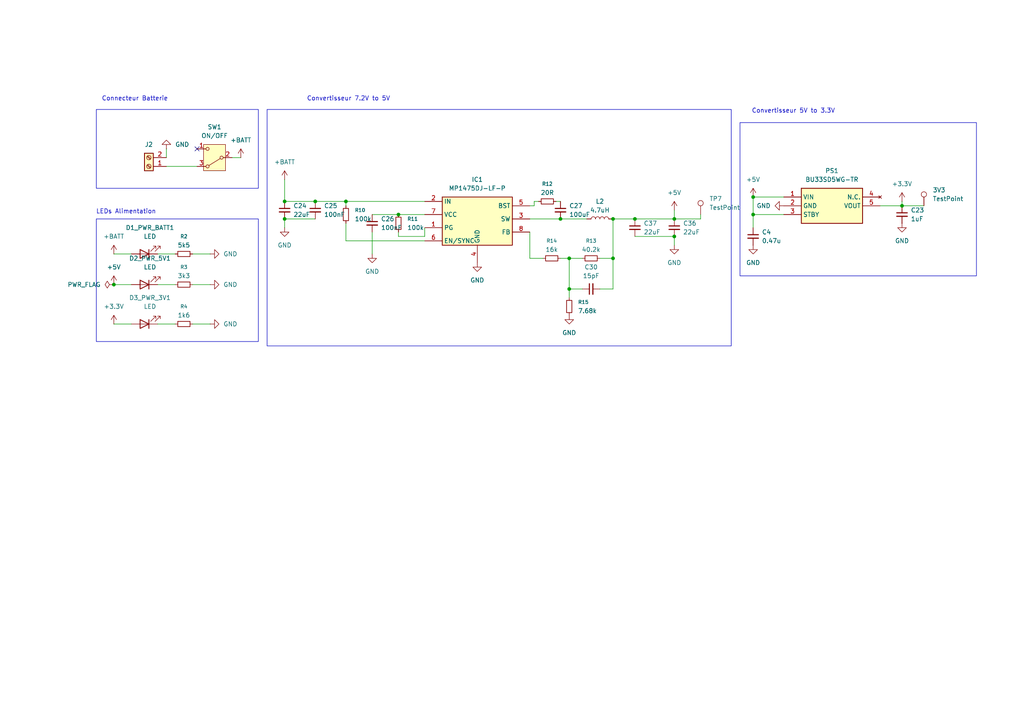
<source format=kicad_sch>
(kicad_sch (version 20250114) (generator "eeschema") (generator_version "9.0")
  (paper "A4")
  (lib_symbols
    (symbol "BU33SD5WG-TR:BU33SD5WG-TR"
      (property "Reference" "PS" (at 24.13 7.62 0))
      (property "Value" "BU33SD5WG-TR" (at 24.13 5.08 0))
      (symbol "BU33SD5WG-TR_1_1"
        (rectangle (start 5.08 2.54) (end 22.86 -7.62) (stroke (width 0.254)) (fill (type background)))
        (pin passive line (at 0 0 0) (length 5.08) (name "VIN") (number "1"))
        (pin passive line (at 0 -2.54 0) (length 5.08) (name "GND") (number "2"))
        (pin passive line (at 0 -5.08 0) (length 5.08) (name "STBY") (number "3"))
        (pin no_connect line (at 27.94 0 180) (length 5.08) (name "N.C.") (number "4"))
        (pin passive line (at 27.94 -2.54 180) (length 5.08) (name "VOUT") (number "5"))
      )
    )
    (symbol "Connector:Screw_Terminal_01x02" (pin_names (offset 1.016) (hide yes))
      (property "Reference" "J" (at 0 2.54 0))
      (property "Value" "Screw_Terminal_01x02" (at 0 -5.08 0))
      (symbol "Screw_Terminal_01x02_1_1"
        (rectangle (start -1.27 1.27) (end 1.27 -3.81) (stroke (width 0.254)) (fill (type background)))
        (polyline (pts (xy -0.5334 0.3302) (xy 0.3302 -0.508)) (stroke (width 0.1524)))
        (polyline (pts (xy -0.5334 -2.2098) (xy 0.3302 -3.048)) (stroke (width 0.1524)))
        (polyline (pts (xy -0.3556 0.508) (xy 0.508 -0.3302)) (stroke (width 0.1524)))
        (polyline (pts (xy -0.3556 -2.032) (xy 0.508 -2.8702)) (stroke (width 0.1524)))
        (circle (center 0 0) (radius 0.635) (stroke (width 0.1524)))
        (circle (center 0 -2.54) (radius 0.635) (stroke (width 0.1524)))
        (pin passive line (at -5.08 0 0) (length 3.81) (name "Pin_1") (number "1"))
        (pin passive line (at -5.08 -2.54 0) (length 3.81) (name "Pin_2") (number "2"))
      )
    )
    (symbol "Connector:TestPoint" (pin_numbers (hide yes)) (pin_names (offset 0.762) (hide yes))
      (property "Reference" "TP" (at 0 6.858 0))
      (property "Value" "TestPoint" (at 0 5.08 0))
      (symbol "TestPoint_0_1"
        (circle (center 0 3.302) (radius 0.762))
      )
      (symbol "TestPoint_1_1"
        (pin passive line (at 0 0 90) (length 2.54) (name "1") (number "1"))
      )
    )
    (symbol "Device:C_Small" (pin_numbers (hide yes)) (pin_names (offset 0.254) (hide yes))
      (property "Reference" "C" (at 0.254 1.778 0))
      (property "Value" "C_Small" (at 0.254 -2.032 0))
      (symbol "C_Small_0_1"
        (polyline (pts (xy -1.524 0.508) (xy 1.524 0.508)) (stroke (width 0.3048)))
        (polyline (pts (xy -1.524 -0.508) (xy 1.524 -0.508)) (stroke (width 0.3302)))
      )
      (symbol "C_Small_1_1"
        (pin passive line (at 0 2.54 270) (length 2.032) (name "~") (number "1"))
        (pin passive line (at 0 -2.54 90) (length 2.032) (name "~") (number "2"))
      )
    )
    (symbol "Device:L" (pin_numbers (hide yes)) (pin_names (offset 1.016) (hide yes))
      (property "Reference" "L" (at -1.27 0 90))
      (property "Value" "L" (at 1.905 0 90))
      (symbol "L_0_1"
        (arc (start 0 2.54) (mid 0.6323 1.905) (end 0 1.27))
        (arc (start 0 1.27) (mid 0.6323 0.635) (end 0 0))
        (arc (start 0 0) (mid 0.6323 -0.635) (end 0 -1.27))
        (arc (start 0 -1.27) (mid 0.6323 -1.905) (end 0 -2.54))
      )
      (symbol "L_1_1"
        (pin passive line (at 0 3.81 270) (length 1.27) (name "1") (number "1"))
        (pin passive line (at 0 -3.81 90) (length 1.27) (name "2") (number "2"))
      )
    )
    (symbol "Device:LED" (pin_numbers (hide yes)) (pin_names (offset 1.016) (hide yes))
      (property "Reference" "D" (at 0 2.54 0))
      (property "Value" "LED" (at 0 -2.54 0))
      (symbol "LED_0_1"
        (polyline (pts (xy -3.048 -0.762) (xy -4.572 -2.286) (xy -3.81 -2.286) (xy -4.572 -2.286) (xy -4.572 -1.524)))
        (polyline (pts (xy -1.778 -0.762) (xy -3.302 -2.286) (xy -2.54 -2.286) (xy -3.302 -2.286) (xy -3.302 -1.524)))
        (polyline (pts (xy -1.27 0) (xy 1.27 0)))
        (polyline (pts (xy -1.27 -1.27) (xy -1.27 1.27)) (stroke (width 0.254)))
        (polyline (pts (xy 1.27 -1.27) (xy 1.27 1.27) (xy -1.27 0) (xy 1.27 -1.27)) (stroke (width 0.254)))
      )
      (symbol "LED_1_1"
        (pin passive line (at -3.81 0 0) (length 2.54) (name "K") (number "1"))
        (pin passive line (at 3.81 0 180) (length 2.54) (name "A") (number "2"))
      )
    )
    (symbol "Device:R_Small" (pin_numbers (hide yes)) (pin_names (offset 0.254) (hide yes))
      (property "Reference" "R" (at 0 0 90))
      (property "Value" "R_Small" (at 1.778 0 90))
      (symbol "R_Small_0_1"
        (rectangle (start -0.762 1.778) (end 0.762 -1.778) (stroke (width 0.2032)))
      )
      (symbol "R_Small_1_1"
        (pin passive line (at 0 2.54 270) (length 0.762) (name "~") (number "1"))
        (pin passive line (at 0 -2.54 90) (length 0.762) (name "~") (number "2"))
      )
    )
    (symbol "MP1475DJ-LF-P:MP1475DJ-LF-P"
      (property "Reference" "IC" (at 26.67 7.62 0))
      (property "Value" "MP1475DJ-LF-P" (at 26.67 5.08 0))
      (symbol "MP1475DJ-LF-P_1_1"
        (rectangle (start 5.08 2.54) (end 25.4 -11.43) (stroke (width 0.254)) (fill (type background)))
        (pin passive line (at 0 1.27 0) (length 5.08) (name "IN") (number "2"))
        (pin passive line (at 0 -2.54 0) (length 5.08) (name "VCC") (number "7"))
        (pin passive line (at 0 -6.35 0) (length 5.08) (name "PG") (number "1"))
        (pin passive line (at 0 -10.16 0) (length 5.08) (name "EN/SYNC") (number "6"))
        (pin passive line (at 15.24 -16.51 90) (length 5.08) (name "GND") (number "4"))
        (pin passive line (at 30.48 0 180) (length 5.08) (name "BST") (number "5"))
        (pin passive line (at 30.48 -3.81 180) (length 5.08) (name "SW") (number "3"))
        (pin passive line (at 30.48 -7.62 180) (length 5.08) (name "FB") (number "8"))
      )
    )
    (symbol "Switch:SW_Nidec_CAS-120A1" (pin_names (offset 1) (hide yes))
      (property "Reference" "SW" (at 0 4.318 0))
      (property "Value" "SW_Nidec_CAS-120A1" (at 0 -5.08 0))
      (symbol "SW_Nidec_CAS-120A1_0_1"
        (circle (center -2.032 0) (radius 0.4572))
        (polyline (pts (xy -1.651 0.254) (xy 1.651 2.286)))
        (circle (center 2.032 2.54) (radius 0.4572))
        (circle (center 2.032 -2.54) (radius 0.4572))
      )
      (symbol "SW_Nidec_CAS-120A1_1_1"
        (rectangle (start -3.175 3.81) (end 3.175 -3.81) (fill (type background)))
        (pin passive line (at -5.08 0 0) (length 2.54) (name "B") (number "2"))
        (pin passive line (at 5.08 2.54 180) (length 2.54) (name "A") (number "3"))
        (pin passive line (at 5.08 -2.54 180) (length 2.54) (name "C") (number "1"))
      )
    )
    (symbol "power:+3.3V" (power) (pin_numbers (hide yes)) (pin_names (offset 0) (hide yes))
      (property "Value" "+3.3V" (at 0 3.556 0))
      (symbol "+3.3V_0_1"
        (polyline (pts (xy -0.762 1.27) (xy 0 2.54)))
        (polyline (pts (xy 0 2.54) (xy 0.762 1.27)))
        (polyline (pts (xy 0 0) (xy 0 2.54)))
      )
      (symbol "+3.3V_1_1"
        (pin power_in line (at 0 0 90) (length 0) (name "~") (number "1"))
      )
    )
    (symbol "power:+5V" (power) (pin_numbers (hide yes)) (pin_names (offset 0) (hide yes))
      (property "Value" "+5V" (at 0 3.556 0))
      (symbol "+5V_0_1"
        (polyline (pts (xy -0.762 1.27) (xy 0 2.54)))
        (polyline (pts (xy 0 2.54) (xy 0.762 1.27)))
        (polyline (pts (xy 0 0) (xy 0 2.54)))
      )
      (symbol "+5V_1_1"
        (pin power_in line (at 0 0 90) (length 0) (name "~") (number "1"))
      )
    )
    (symbol "power:+BATT" (power) (pin_numbers (hide yes)) (pin_names (offset 0) (hide yes))
      (property "Value" "+BATT" (at 0 3.556 0))
      (symbol "+BATT_0_1"
        (polyline (pts (xy -0.762 1.27) (xy 0 2.54)))
        (polyline (pts (xy 0 2.54) (xy 0.762 1.27)))
        (polyline (pts (xy 0 0) (xy 0 2.54)))
      )
      (symbol "+BATT_1_1"
        (pin power_in line (at 0 0 90) (length 0) (name "~") (number "1"))
      )
    )
    (symbol "power:GND" (power) (pin_numbers (hide yes)) (pin_names (offset 0) (hide yes))
      (property "Value" "GND" (at 0 -3.81 0))
      (symbol "GND_0_1"
        (polyline (pts (xy 0 0) (xy 0 -1.27) (xy 1.27 -1.27) (xy 0 -2.54) (xy -1.27 -1.27) (xy 0 -1.27)))
      )
      (symbol "GND_1_1"
        (pin power_in line (at 0 0 270) (length 0) (name "~") (number "1"))
      )
    )
    (symbol "power:PWR_FLAG" (power) (pin_numbers (hide yes)) (pin_names (offset 0) (hide yes))
      (property "Value" "PWR_FLAG" (at 0 3.81 0))
      (symbol "PWR_FLAG_0_0"
        (pin power_out line (at 0 0 90) (length 0) (name "~") (number "1"))
      )
      (symbol "PWR_FLAG_0_1"
        (polyline (pts (xy 0 0) (xy 0 1.27) (xy -1.016 1.905) (xy 0 2.54) (xy 1.016 1.905) (xy 0 1.27)))
      )
    )
  )
  (rectangle (start 27.94 31.75) (end 74.93 54.61))
  (rectangle (start 27.94 63.5) (end 74.93 99.06))
  (rectangle (start 77.47 31.75) (end 212.09 100.33))
  (rectangle (start 214.63 35.56) (end 283.21 80.01))
  (text "Convertisseur 7.2V to 5V" (at 101.092 28.702 0) (effects (font (size 1.27 1.27))))
  (text "Connecteur Batterie" (at 39.116 28.702 0) (effects (font (size 1.27 1.27))))
  (text "Convertisseur 5V to 3.3V" (at 230.124 32.258 0) (effects (font (size 1.27 1.27))))
  (text "LEDs Alimentation" (at 36.576 61.468 0) (effects (font (size 1.27 1.27))))
  (junction (at 218.44 62.23))
  (junction (at 195.58 68.58))
  (junction (at 195.58 63.5))
  (junction (at 162.56 63.5))
  (junction (at 218.44 57.15))
  (junction (at 33.02 82.55))
  (junction (at 100.33 58.42))
  (junction (at 177.8 74.93))
  (junction (at 165.1 74.93))
  (junction (at 177.8 63.5))
  (junction (at 82.55 58.42))
  (junction (at 165.1 83.82))
  (junction (at 91.44 58.42))
  (junction (at 184.15 63.5))
  (junction (at 115.57 62.23))
  (junction (at 261.62 59.69))
  (junction (at 82.55 63.5))
  (no_connect (at 57.15 43.18))
  (wire (pts (xy 173.99 74.93) (xy 177.8 74.93)))
  (wire (pts (xy 82.55 63.5) (xy 82.55 66.04)))
  (wire (pts (xy 168.91 74.93) (xy 165.1 74.93)))
  (wire (pts (xy 123.19 66.04) (xy 123.19 68.58)))
  (wire (pts (xy 195.58 68.58) (xy 195.58 71.12)))
  (wire (pts (xy 177.8 83.82) (xy 177.8 74.93)))
  (wire (pts (xy 218.44 62.23) (xy 227.33 62.23)))
  (wire (pts (xy 154.94 59.69) (xy 153.67 59.69)))
  (wire (pts (xy 162.56 74.93) (xy 165.1 74.93)))
  (wire (pts (xy 165.1 83.82) (xy 168.91 83.82)))
  (wire (pts (xy 218.44 66.04) (xy 218.44 62.23)))
  (wire (pts (xy 55.88 82.55) (xy 60.96 82.55)))
  (wire (pts (xy 33.02 73.66) (xy 38.1 73.66)))
  (wire (pts (xy 157.48 74.93) (xy 153.67 74.93)))
  (wire (pts (xy 165.1 74.93) (xy 165.1 83.82)))
  (wire (pts (xy 184.15 68.58) (xy 195.58 68.58)))
  (wire (pts (xy 177.8 63.5) (xy 184.15 63.5)))
  (wire (pts (xy 154.94 58.42) (xy 156.21 58.42)))
  (wire (pts (xy 255.27 59.69) (xy 261.62 59.69)))
  (wire (pts (xy 45.72 73.66) (xy 50.8 73.66)))
  (wire (pts (xy 82.55 58.42) (xy 91.44 58.42)))
  (wire (pts (xy 100.33 58.42) (xy 91.44 58.42)))
  (wire (pts (xy 154.94 58.42) (xy 154.94 59.69)))
  (wire (pts (xy 107.95 67.31) (xy 107.95 73.66)))
  (wire (pts (xy 261.62 59.69) (xy 267.97 59.69)))
  (wire (pts (xy 33.02 82.55) (xy 38.1 82.55)))
  (wire (pts (xy 115.57 68.58) (xy 115.57 67.31)))
  (wire (pts (xy 48.26 48.26) (xy 57.15 48.26)))
  (wire (pts (xy 195.58 60.96) (xy 195.58 63.5)))
  (wire (pts (xy 203.2 62.23) (xy 203.2 63.5)))
  (wire (pts (xy 55.88 93.98) (xy 60.96 93.98)))
  (wire (pts (xy 115.57 62.23) (xy 123.19 62.23)))
  (wire (pts (xy 261.62 58.42) (xy 261.62 59.69)))
  (wire (pts (xy 100.33 58.42) (xy 100.33 59.69)))
  (wire (pts (xy 165.1 86.36) (xy 165.1 83.82)))
  (wire (pts (xy 153.67 63.5) (xy 162.56 63.5)))
  (wire (pts (xy 123.19 69.85) (xy 100.33 69.85)))
  (wire (pts (xy 55.88 73.66) (xy 60.96 73.66)))
  (wire (pts (xy 100.33 58.42) (xy 123.19 58.42)))
  (wire (pts (xy 123.19 68.58) (xy 115.57 68.58)))
  (wire (pts (xy 107.95 62.23) (xy 115.57 62.23)))
  (wire (pts (xy 218.44 62.23) (xy 218.44 57.15)))
  (wire (pts (xy 153.67 74.93) (xy 153.67 67.31)))
  (wire (pts (xy 195.58 63.5) (xy 203.2 63.5)))
  (wire (pts (xy 33.02 93.98) (xy 38.1 93.98)))
  (wire (pts (xy 45.72 93.98) (xy 50.8 93.98)))
  (wire (pts (xy 218.44 57.15) (xy 227.33 57.15)))
  (wire (pts (xy 45.72 82.55) (xy 50.8 82.55)))
  (wire (pts (xy 82.55 63.5) (xy 91.44 63.5)))
  (wire (pts (xy 162.56 63.5) (xy 170.18 63.5)))
  (wire (pts (xy 184.15 63.5) (xy 195.58 63.5)))
  (wire (pts (xy 173.99 83.82) (xy 177.8 83.82)))
  (wire (pts (xy 177.8 63.5) (xy 177.8 74.93)))
  (wire (pts (xy 82.55 52.07) (xy 82.55 58.42)))
  (wire (pts (xy 161.29 58.42) (xy 162.56 58.42)))
  (wire (pts (xy 100.33 69.85) (xy 100.33 64.77)))
  (wire (pts (xy 48.26 43.18) (xy 48.26 45.72)))
  (wire (pts (xy 67.31 45.72) (xy 69.85 45.72)))
  (symbol (lib_id "Device:LED") (at 41.91 93.98 180) (unit 1)
    (property "Reference" "D3_PWR_3V1" (at 43.4975 86.36 0))
    (property "Value" "LED" (at 43.4975 88.9 0))
    (property "Footprint" "LED_SMD:LED_0603_1608Metric" (effects (hide yes)))
    (property "Description" "Light emitting diode" (effects (hide yes)))
    (property "Sim.Pins" "1=K 2=A" (effects (hide yes)))
    (property "MPN" "  150060RS55040" (effects (hide yes)))
  )
  (symbol (lib_id "Device:C_Small") (at 218.44 68.58 0) (unit 1)
    (property "Reference" "C4" (at 220.98 67.3162 0) (effects (justify left)))
    (property "Value" "0.47u" (at 220.98 69.8562 0) (effects (justify left)))
    (property "Footprint" "Capacitor_SMD:C_0402_1005Metric" (effects (hide yes)))
    (property "Description" "Unpolarized capacitor, small symbol" (effects (hide yes)))
  )
  (symbol (lib_id "Switch:SW_Nidec_CAS-120A1") (at 62.23 45.72 180) (unit 1)
    (property "Reference" "SW1" (at 62.23 36.83 0))
    (property "Value" "ON/OFF" (at 62.23 39.37 0))
    (property "Footprint" "Button_Switch_SMD:Nidec_Copal_CAS-120A" (effects (hide yes)))
    (property "Datasheet" "https://www.nidec-components.com/e/catalog/switch/cas.pdf" (effects (hide yes)))
    (property "Description" "Switch, single pole double throw" (effects (hide yes)))
    (property "MPN" "777-0377 " (effects (hide yes)))
  )
  (symbol (lib_id "Device:R_Small") (at 115.57 64.77 0) (unit 1)
    (property "Reference" "R11" (at 118.11 63.4999 0) (effects (font (size 1.016 1.016)) (justify left)))
    (property "Value" "100k" (at 118.11 66.0399 0) (effects (justify left)))
    (property "Footprint" "Resistor_SMD:R_0402_1005Metric" (effects (hide yes)))
    (property "Description" "Resistor, small symbol" (effects (hide yes)))
  )
  (symbol (lib_id "power:GND") (at 107.95 73.66 0) (unit 1)
    (property "Reference" "#PWR054" (effects (hide yes)))
    (property "Value" "GND" (at 107.95 78.74 0))
    (property "Description" "Power symbol creates a global label with name \"GND\" , ground" (effects (hide yes)))
  )
  (symbol (lib_id "Device:C_Small") (at 184.15 66.04 0) (unit 1)
    (property "Reference" "C37" (at 186.69 64.7762 0) (effects (justify left)))
    (property "Value" "22uF" (at 186.69 67.3162 0) (effects (justify left)))
    (property "Footprint" "Capacitor_SMD:C_0805_2012Metric" (effects (hide yes)))
    (property "Description" "Unpolarized capacitor, small symbol" (effects (hide yes)))
  )
  (symbol (lib_id "Device:C_Small") (at 91.44 60.96 0) (unit 1)
    (property "Reference" "C25" (at 93.98 59.6962 0) (effects (justify left)))
    (property "Value" "100nF" (at 93.98 62.2362 0) (effects (justify left)))
    (property "Footprint" "Capacitor_SMD:C_0402_1005Metric" (effects (hide yes)))
    (property "Description" "Unpolarized capacitor, small symbol" (effects (hide yes)))
  )
  (symbol (lib_id "Device:R_Small") (at 53.34 73.66 90) (unit 1)
    (property "Reference" "R2" (at 53.34 68.58 90) (effects (font (size 1.016 1.016))))
    (property "Value" "5k5" (at 53.34 71.12 90))
    (property "Footprint" "Resistor_SMD:R_0402_1005Metric" (effects (hide yes)))
    (property "Description" "Resistor, small symbol" (effects (hide yes)))
  )
  (symbol (lib_id "Device:R_Small") (at 171.45 74.93 90) (unit 1)
    (property "Reference" "R13" (at 171.45 69.85 90) (effects (font (size 1.016 1.016))))
    (property "Value" "40.2k" (at 171.45 72.39 90))
    (property "Footprint" "Resistor_SMD:R_0402_1005Metric" (effects (hide yes)))
    (property "Description" "Resistor, small symbol" (effects (hide yes)))
  )
  (symbol (lib_id "Connector:TestPoint") (at 267.97 59.69 0) (unit 1)
    (property "Reference" "3V3" (at 270.51 55.1179 0) (effects (justify left)))
    (property "Value" "TestPoint" (at 270.51 57.6579 0) (effects (justify left)))
    (property "Footprint" "TestPoint:TestPoint_Pad_D1.0mm" (effects (hide yes)))
    (property "Description" "test point" (effects (hide yes)))
  )
  (symbol (lib_id "MP1475DJ-LF-P:MP1475DJ-LF-P") (at 123.19 59.69 0) (unit 1)
    (property "Reference" "IC1" (at 138.43 52.07 0))
    (property "Value" "MP1475DJ-LF-P" (at 138.43 54.61 0))
    (property "Footprint" "Package_TO_SOT_SMD:TSOT-23-8" (effects (hide yes)))
    (property "Datasheet" "https://www.monolithicpower.com/en/documentview/productdocument/index/version/2/document_type/Datasheet/lang/en/sku/MP1475/document_id/342" (effects (hide yes)))
    (property "Height" "1" (effects (hide yes)))
    (property "Manufacturer_Name" "Monolithic Power Systems (MPS)" (effects (hide yes)))
    (property "Manufacturer_Part_Number" "MP1475DJ-LF-P" (effects (hide yes)))
  )
  (symbol (lib_id "Connector:Screw_Terminal_01x02") (at 43.18 48.26 180) (unit 1)
    (property "Reference" "J2" (at 43.18 41.91 0))
    (property "Value" "Screw_Terminal_01x02" (effects (hide yes)))
    (property "Footprint" "Connector_JST:JST_XH_S2B-XH-A_1x02_P2.50mm_Horizontal" (effects (hide yes)))
    (property "Description" "Generic screw terminal, single row, 01x02, script generated (kicad-library-utils/schlib/autogen/connector/)" (effects (hide yes)))
  )
  (symbol (lib_id "BU33SD5WG-TR:BU33SD5WG-TR") (at 227.33 57.15 0) (unit 1)
    (property "Reference" "PS1" (at 241.3 49.53 0))
    (property "Value" "BU33SD5WG-TR" (at 241.3 52.07 0))
    (property "Footprint" "Package_TO_SOT_SMD:TSOT-23-5" (effects (hide yes)))
    (property "Datasheet" "https://componentsearchengine.com/Datasheets/1/BU33SD5WG-TR.pdf" (effects (hide yes)))
    (property "Height" "1.25" (effects (hide yes)))
    (property "Manufacturer_Name" "ROHM Semiconductor" (effects (hide yes)))
    (property "Manufacturer_Part_Number" "BU33SD5WG-TR" (effects (hide yes)))
  )
  (symbol (lib_id "Device:LED") (at 41.91 82.55 180) (unit 1)
    (property "Reference" "D2_PWR_5V1" (at 43.4975 74.93 0))
    (property "Value" "LED" (at 43.4975 77.47 0))
    (property "Footprint" "LED_SMD:LED_0603_1608Metric" (effects (hide yes)))
    (property "Description" "Light emitting diode" (effects (hide yes)))
    (property "Sim.Pins" "1=K 2=A" (effects (hide yes)))
    (property "MPN" "150060BS55040" (effects (hide yes)))
  )
  (symbol (lib_id "power:GND") (at 165.1 91.44 0) (unit 1)
    (property "Reference" "#PWR058" (effects (hide yes)))
    (property "Value" "GND" (at 165.1 96.52 0))
    (property "Description" "Power symbol creates a global label with name \"GND\" , ground" (effects (hide yes)))
  )
  (symbol (lib_id "Connector:TestPoint") (at 203.2 62.23 0) (unit 1)
    (property "Reference" "TP7" (at 205.74 57.6579 0) (effects (justify left)))
    (property "Value" "TestPoint" (at 205.74 60.1979 0) (effects (justify left)))
    (property "Footprint" "TestPoint:TestPoint_Pad_D1.0mm" (effects (hide yes)))
    (property "Description" "test point" (effects (hide yes)))
  )
  (symbol (lib_id "Device:C_Small") (at 82.55 60.96 0) (unit 1)
    (property "Reference" "C24" (at 85.09 59.6962 0) (effects (justify left)))
    (property "Value" "22uF" (at 85.09 62.2362 0) (effects (justify left)))
    (property "Footprint" "Capacitor_SMD:C_0805_2012Metric" (effects (hide yes)))
    (property "Description" "Unpolarized capacitor, small symbol" (effects (hide yes)))
  )
  (symbol (lib_id "power:GND") (at 227.33 59.69 270) (unit 1)
    (property "Reference" "#PWR051" (effects (hide yes)))
    (property "Value" "GND" (at 223.52 59.6899 90) (effects (justify right)))
    (property "Description" "Power symbol creates a global label with name \"GND\" , ground" (effects (hide yes)))
  )
  (symbol (lib_id "Device:R_Small") (at 100.33 62.23 0) (unit 1)
    (property "Reference" "R10" (at 102.87 60.9599 0) (effects (font (size 1.016 1.016)) (justify left)))
    (property "Value" "100k" (at 102.87 63.4999 0) (effects (justify left)))
    (property "Footprint" "Resistor_SMD:R_0402_1005Metric" (effects (hide yes)))
    (property "Description" "Resistor, small symbol" (effects (hide yes)))
  )
  (symbol (lib_id "power:GND") (at 138.43 76.2 0) (unit 1)
    (property "Reference" "#PWR060" (effects (hide yes)))
    (property "Value" "GND" (at 138.43 81.28 0))
    (property "Description" "Power symbol creates a global label with name \"GND\" , ground" (effects (hide yes)))
  )
  (symbol (lib_id "power:GND") (at 60.96 82.55 90) (unit 1)
    (property "Reference" "#PWR030" (effects (hide yes)))
    (property "Value" "GND" (at 64.77 82.5499 90) (effects (justify right)))
    (property "Description" "Power symbol creates a global label with name \"GND\" , ground" (effects (hide yes)))
  )
  (symbol (lib_id "Device:C_Small") (at 195.58 66.04 0) (unit 1)
    (property "Reference" "C36" (at 198.12 64.7762 0) (effects (justify left)))
    (property "Value" "22uF" (at 198.12 67.3162 0) (effects (justify left)))
    (property "Footprint" "Capacitor_SMD:C_0805_2012Metric" (effects (hide yes)))
    (property "Description" "Unpolarized capacitor, small symbol" (effects (hide yes)))
  )
  (symbol (lib_id "power:GND") (at 218.44 71.12 0) (unit 1)
    (property "Reference" "#PWR069" (effects (hide yes)))
    (property "Value" "GND" (at 218.44 76.2 0))
    (property "Description" "Power symbol creates a global label with name \"GND\" , ground" (effects (hide yes)))
  )
  (symbol (lib_id "power:+BATT") (at 82.55 52.07 0) (unit 1)
    (property "Reference" "#PWR052" (effects (hide yes)))
    (property "Value" "+BATT" (at 82.55 46.99 0))
    (property "Description" "Power symbol creates a global label with name \"+BATT\"" (effects (hide yes)))
  )
  (symbol (lib_id "Device:C_Small") (at 162.56 60.96 0) (unit 1)
    (property "Reference" "C27" (at 165.1 59.6962 0) (effects (justify left)))
    (property "Value" "100uF" (at 165.1 62.2362 0) (effects (justify left)))
    (property "Footprint" "Capacitor_SMD:C_0402_1005Metric" (effects (hide yes)))
    (property "Description" "Unpolarized capacitor, small symbol" (effects (hide yes)))
  )
  (symbol (lib_id "Device:R_Small") (at 158.75 58.42 90) (unit 1)
    (property "Reference" "R12" (at 158.75 53.34 90) (effects (font (size 1.016 1.016))))
    (property "Value" "20R" (at 158.75 55.88 90))
    (property "Footprint" "Resistor_SMD:R_0402_1005Metric" (effects (hide yes)))
    (property "Description" "Resistor, small symbol" (effects (hide yes)))
  )
  (symbol (lib_id "power:GND") (at 60.96 93.98 90) (unit 1)
    (property "Reference" "#PWR031" (effects (hide yes)))
    (property "Value" "GND" (at 64.77 93.9799 90) (effects (justify right)))
    (property "Description" "Power symbol creates a global label with name \"GND\" , ground" (effects (hide yes)))
  )
  (symbol (lib_id "Device:R_Small") (at 165.1 88.9 180) (unit 1)
    (property "Reference" "R15" (at 167.64 87.6299 0) (effects (font (size 1.016 1.016)) (justify right)))
    (property "Value" "7.68k" (at 167.64 90.1699 0) (effects (justify right)))
    (property "Footprint" "Resistor_SMD:R_0402_1005Metric" (effects (hide yes)))
    (property "Description" "Resistor, small symbol" (effects (hide yes)))
  )
  (symbol (lib_id "Device:R_Small") (at 53.34 93.98 90) (unit 1)
    (property "Reference" "R4" (at 53.34 88.9 90) (effects (font (size 1.016 1.016))))
    (property "Value" "1k6" (at 53.34 91.44 90))
    (property "Footprint" "Resistor_SMD:R_0402_1005Metric" (effects (hide yes)))
    (property "Description" "Resistor, small symbol" (effects (hide yes)))
  )
  (symbol (lib_id "power:+5V") (at 195.58 60.96 0) (unit 1)
    (property "Reference" "#PWR056" (effects (hide yes)))
    (property "Value" "+5V" (at 195.58 55.88 0))
    (property "Description" "Power symbol creates a global label with name \"+5V\"" (effects (hide yes)))
  )
  (symbol (lib_id "power:GND") (at 82.55 66.04 0) (unit 1)
    (property "Reference" "#PWR053" (effects (hide yes)))
    (property "Value" "GND" (at 82.55 71.12 0))
    (property "Description" "Power symbol creates a global label with name \"GND\" , ground" (effects (hide yes)))
  )
  (symbol (lib_id "Device:C_Small") (at 261.62 62.23 0) (unit 1)
    (property "Reference" "C23" (at 264.16 60.9662 0) (effects (justify left)))
    (property "Value" "1uF" (at 264.16 63.5062 0) (effects (justify left)))
    (property "Footprint" "Capacitor_SMD:C_0402_1005Metric" (effects (hide yes)))
    (property "Description" "Unpolarized capacitor, small symbol" (effects (hide yes)))
  )
  (symbol (lib_id "power:+3.3V") (at 261.62 58.42 0) (unit 1)
    (property "Reference" "#PWR048" (effects (hide yes)))
    (property "Value" "+3.3V" (at 261.62 53.34 0))
    (property "Description" "Power symbol creates a global label with name \"+3.3V\"" (effects (hide yes)))
  )
  (symbol (lib_id "power:+BATT") (at 33.02 73.66 0) (unit 1)
    (property "Reference" "#PWR026" (effects (hide yes)))
    (property "Value" "+BATT" (at 33.02 68.58 0))
    (property "Description" "Power symbol creates a global label with name \"+BATT\"" (effects (hide yes)))
  )
  (symbol (lib_id "power:+BATT") (at 69.85 45.72 0) (unit 1)
    (property "Reference" "#PWR014" (effects (hide yes)))
    (property "Value" "+BATT" (at 69.85 40.64 0))
    (property "Description" "Power symbol creates a global label with name \"+BATT\"" (effects (hide yes)))
  )
  (symbol (lib_id "Device:L") (at 173.99 63.5 90) (unit 1)
    (property "Reference" "L2" (at 173.99 58.42 90))
    (property "Value" "4.7uH" (at 173.99 60.96 90))
    (property "Footprint" "Inductor_SMD:L_Wuerth_HCI-5040" (effects (hide yes)))
    (property "Description" "Inductor" (effects (hide yes)))
  )
  (symbol (lib_id "power:GND") (at 195.58 71.12 0) (unit 1)
    (property "Reference" "#PWR057" (effects (hide yes)))
    (property "Value" "GND" (at 195.58 76.2 0))
    (property "Description" "Power symbol creates a global label with name \"GND\" , ground" (effects (hide yes)))
  )
  (symbol (lib_id "power:GND") (at 60.96 73.66 90) (unit 1)
    (property "Reference" "#PWR029" (effects (hide yes)))
    (property "Value" "GND" (at 64.77 73.6599 90) (effects (justify right)))
    (property "Description" "Power symbol creates a global label with name \"GND\" , ground" (effects (hide yes)))
  )
  (symbol (lib_id "power:+5V") (at 218.44 57.15 0) (unit 1)
    (property "Reference" "#PWR050" (effects (hide yes)))
    (property "Value" "+5V" (at 218.44 52.07 0))
    (property "Description" "Power symbol creates a global label with name \"+5V\"" (effects (hide yes)))
  )
  (symbol (lib_id "power:+3.3V") (at 33.02 93.98 0) (unit 1)
    (property "Reference" "#PWR027" (effects (hide yes)))
    (property "Value" "+3.3V" (at 33.02 88.9 0))
    (property "Description" "Power symbol creates a global label with name \"+3.3V\"" (effects (hide yes)))
  )
  (symbol (lib_id "Device:LED") (at 41.91 73.66 180) (unit 1)
    (property "Reference" "D1_PWR_BATT1" (at 43.4975 66.04 0))
    (property "Value" "LED" (at 43.4975 68.58 0))
    (property "Footprint" "LED_SMD:LED_0603_1608Metric" (effects (hide yes)))
    (property "Description" "Light emitting diode" (effects (hide yes)))
    (property "Sim.Pins" "1=K 2=A" (effects (hide yes)))
    (property "MPN" "150060GS55040" (effects (hide yes)))
  )
  (symbol (lib_id "power:GND") (at 261.62 64.77 0) (unit 1)
    (property "Reference" "#PWR049" (effects (hide yes)))
    (property "Value" "GND" (at 261.62 69.85 0))
    (property "Description" "Power symbol creates a global label with name \"GND\" , ground" (effects (hide yes)))
  )
  (symbol (lib_id "Device:R_Small") (at 160.02 74.93 90) (unit 1)
    (property "Reference" "R14" (at 160.02 69.85 90) (effects (font (size 1.016 1.016))))
    (property "Value" "16k" (at 160.02 72.39 90))
    (property "Footprint" "Resistor_SMD:R_0402_1005Metric" (effects (hide yes)))
    (property "Description" "Resistor, small symbol" (effects (hide yes)))
  )
  (symbol (lib_id "power:GND") (at 48.26 43.18 180) (unit 1)
    (property "Reference" "#PWR015" (effects (hide yes)))
    (property "Value" "GND" (at 50.8 41.9099 0) (effects (justify right)))
    (property "Description" "Power symbol creates a global label with name \"GND\" , ground" (effects (hide yes)))
  )
  (symbol (lib_id "Device:R_Small") (at 53.34 82.55 90) (unit 1)
    (property "Reference" "R3" (at 53.34 77.47 90) (effects (font (size 1.016 1.016))))
    (property "Value" "3k3" (at 53.34 80.01 90))
    (property "Footprint" "Resistor_SMD:R_0402_1005Metric" (effects (hide yes)))
    (property "Description" "Resistor, small symbol" (effects (hide yes)))
  )
  (symbol (lib_id "Device:C_Small") (at 171.45 83.82 90) (unit 1)
    (property "Reference" "C30" (at 171.4563 77.47 90))
    (property "Value" "15pF" (at 171.4563 80.01 90))
    (property "Footprint" "Capacitor_SMD:C_0402_1005Metric" (effects (hide yes)))
    (property "Description" "Unpolarized capacitor, small symbol" (effects (hide yes)))
  )
  (symbol (lib_id "power:PWR_FLAG") (at 33.02 82.55 90) (unit 1)
    (property "Reference" "#FLG04" (effects (hide yes)))
    (property "Value" "PWR_FLAG" (at 29.21 82.5499 90) (effects (justify left)))
    (property "Description" "Special symbol for telling ERC where power comes from" (effects (hide yes)))
  )
  (symbol (lib_id "power:+5V") (at 33.02 82.55 0) (unit 1)
    (property "Reference" "#PWR028" (effects (hide yes)))
    (property "Value" "+5V" (at 33.02 77.47 0))
    (property "Description" "Power symbol creates a global label with name \"+5V\"" (effects (hide yes)))
  )
  (symbol (lib_id "Device:C_Small") (at 107.95 64.77 0) (unit 1)
    (property "Reference" "C26" (at 110.49 63.5062 0) (effects (justify left)))
    (property "Value" "100nF" (at 110.49 66.0462 0) (effects (justify left)))
    (property "Footprint" "Capacitor_SMD:C_0402_1005Metric" (effects (hide yes)))
    (property "Description" "Unpolarized capacitor, small symbol" (effects (hide yes)))
  )
)
</source>
